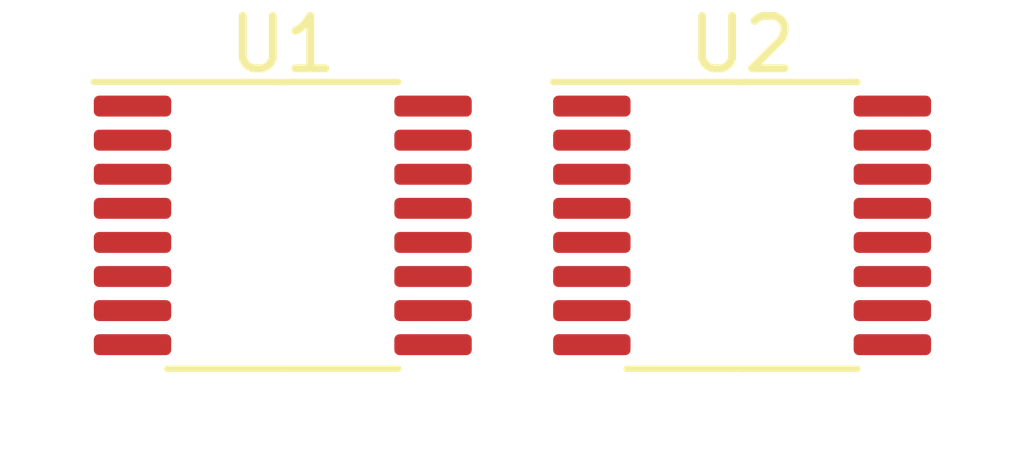
<source format=kicad_pcb>
(kicad_pcb (version 20211014) (generator pcbnew)
  (layers (0 "F.Cu" signal) (31 "B.Cu" signal) (34 "B.Paste" user) (35 "F.Paste" user) (36 "B.SilkS" user "B.Silkscreen") (37 "F.SilkS" user "F.Silkscreen") (38 "B.Mask" user) (39 "F.Mask" user) (44 "Edge.Cuts" user))
  (net 0 "")
  (footprint "Package_SO:TSSOP-16_4.4x5mm_P0.65mm" (layer "F.Cu") (at 109.22 66.04)
    (fp_text reference "U1" (at 0 -3.45) (layer "F.SilkS"))
    (fp_text value "ADG1408YRUZ")
    (fp_line (start 0 2.735) (end 2.2 2.735) (layer "F.SilkS") (width 0.12))
    (fp_line (start 0 2.735) (end -2.2 2.735) (layer "F.SilkS") (width 0.12))
    (fp_line (start 0 -2.735) (end 2.2 -2.735) (layer "F.SilkS") (width 0.12))
    (fp_line (start 0 -2.735) (end -3.6 -2.735) (layer "F.SilkS") (width 0.12))
    (pad "1" smd roundrect locked (at -2.8625 -2.275) (size 1.475 0.4) (layers "F.Cu" "F.Paste" "F.Mask"))
    (pad "2" smd roundrect locked (at -2.8625 -1.625) (size 1.475 0.4) (layers "F.Cu" "F.Paste" "F.Mask"))
    (pad "3" smd roundrect locked (at -2.8625 -0.975) (size 1.475 0.4) (layers "F.Cu" "F.Paste" "F.Mask"))
    (pad "4" smd roundrect locked (at -2.8625 -0.325) (size 1.475 0.4) (layers "F.Cu" "F.Paste" "F.Mask"))
    (pad "5" smd roundrect locked (at -2.8625 0.325) (size 1.475 0.4) (layers "F.Cu" "F.Paste" "F.Mask"))
    (pad "6" smd roundrect locked (at -2.8625 0.975) (size 1.475 0.4) (layers "F.Cu" "F.Paste" "F.Mask"))
    (pad "7" smd roundrect locked (at -2.8625 1.625) (size 1.475 0.4) (layers "F.Cu" "F.Paste" "F.Mask"))
    (pad "8" smd roundrect locked (at -2.8625 2.275) (size 1.475 0.4) (layers "F.Cu" "F.Paste" "F.Mask"))
    (pad "9" smd roundrect locked (at 2.8625 2.275) (size 1.475 0.4) (layers "F.Cu" "F.Paste" "F.Mask"))
    (pad "10" smd roundrect locked (at 2.8625 1.625) (size 1.475 0.4) (layers "F.Cu" "F.Paste" "F.Mask"))
    (pad "11" smd roundrect locked (at 2.8625 0.975) (size 1.475 0.4) (layers "F.Cu" "F.Paste" "F.Mask"))
    (pad "12" smd roundrect locked (at 2.8625 0.325) (size 1.475 0.4) (layers "F.Cu" "F.Paste" "F.Mask"))
    (pad "13" smd roundrect locked (at 2.8625 -0.325) (size 1.475 0.4) (layers "F.Cu" "F.Paste" "F.Mask"))
    (pad "14" smd roundrect locked (at 2.8625 -0.975) (size 1.475 0.4) (layers "F.Cu" "F.Paste" "F.Mask"))
    (pad "15" smd roundrect locked (at 2.8625 -1.625) (size 1.475 0.4) (layers "F.Cu" "F.Paste" "F.Mask"))
    (pad "16" smd roundrect locked (at 2.8625 -2.275) (size 1.475 0.4) (layers "F.Cu" "F.Paste" "F.Mask"))
  )
  (footprint "Package_SO:TSSOP-16_4.4x5mm_P0.65mm" (layer "F.Cu") (at 117.97 66.04)
    (fp_text reference "U2" (at 0 -3.45) (layer "F.SilkS"))
    (fp_text value "ADG1408YRUZ")
    (fp_line (start 0 2.735) (end 2.2 2.735) (layer "F.SilkS") (width 0.12))
    (fp_line (start 0 -2.735) (end 2.2 -2.735) (layer "F.SilkS") (width 0.12))
    (fp_line (start 0 -2.735) (end -3.6 -2.735) (layer "F.SilkS") (width 0.12))
    (fp_line (start 0 2.735) (end -2.2 2.735) (layer "F.SilkS") (width 0.12))
    (pad "1" smd roundrect locked (at -2.8625 -2.275) (size 1.475 0.4) (layers "F.Cu" "F.Paste" "F.Mask"))
    (pad "2" smd roundrect locked (at -2.8625 -1.625) (size 1.475 0.4) (layers "F.Cu" "F.Paste" "F.Mask"))
    (pad "3" smd roundrect locked (at -2.8625 -0.975) (size 1.475 0.4) (layers "F.Cu" "F.Paste" "F.Mask"))
    (pad "4" smd roundrect locked (at -2.8625 -0.325) (size 1.475 0.4) (layers "F.Cu" "F.Paste" "F.Mask"))
    (pad "5" smd roundrect locked (at -2.8625 0.325) (size 1.475 0.4) (layers "F.Cu" "F.Paste" "F.Mask"))
    (pad "6" smd roundrect locked (at -2.8625 0.975) (size 1.475 0.4) (layers "F.Cu" "F.Paste" "F.Mask"))
    (pad "7" smd roundrect locked (at -2.8625 1.625) (size 1.475 0.4) (layers "F.Cu" "F.Paste" "F.Mask"))
    (pad "8" smd roundrect locked (at -2.8625 2.275) (size 1.475 0.4) (layers "F.Cu" "F.Paste" "F.Mask"))
    (pad "9" smd roundrect locked (at 2.8625 2.275) (size 1.475 0.4) (layers "F.Cu" "F.Paste" "F.Mask"))
    (pad "10" smd roundrect locked (at 2.8625 1.625) (size 1.475 0.4) (layers "F.Cu" "F.Paste" "F.Mask"))
    (pad "11" smd roundrect locked (at 2.8625 0.975) (size 1.475 0.4) (layers "F.Cu" "F.Paste" "F.Mask"))
    (pad "12" smd roundrect locked (at 2.8625 0.325) (size 1.475 0.4) (layers "F.Cu" "F.Paste" "F.Mask"))
    (pad "13" smd roundrect locked (at 2.8625 -0.325) (size 1.475 0.4) (layers "F.Cu" "F.Paste" "F.Mask"))
    (pad "14" smd roundrect locked (at 2.8625 -0.975) (size 1.475 0.4) (layers "F.Cu" "F.Paste" "F.Mask"))
    (pad "15" smd roundrect locked (at 2.8625 -1.625) (size 1.475 0.4) (layers "F.Cu" "F.Paste" "F.Mask"))
    (pad "16" smd roundrect locked (at 2.8625 -2.275) (size 1.475 0.4) (layers "F.Cu" "F.Paste" "F.Mask"))
  )
)
</source>
